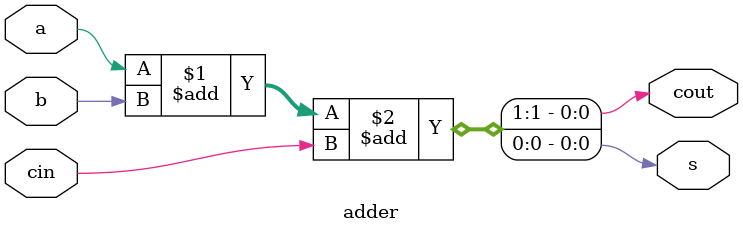
<source format=v>
module adder(input a, input b, input cin, output cout, output s);

assign {cout, s} = a + b + cin;

endmodule
</source>
